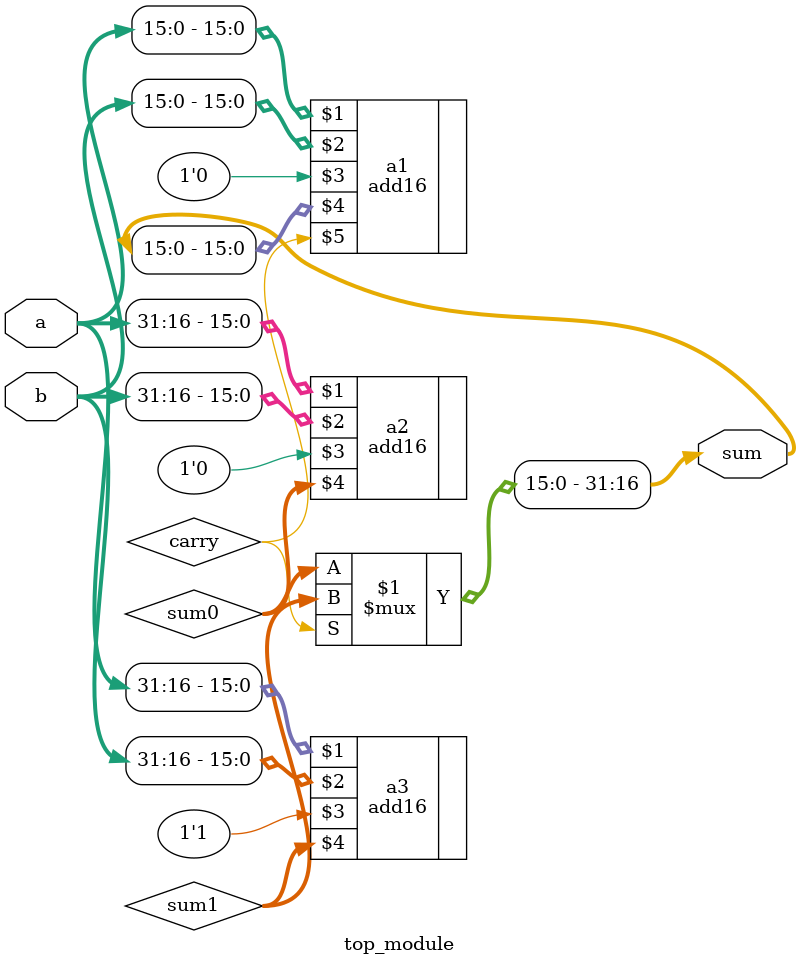
<source format=v>
module top_module(
    input [31:0] a,
    input [31:0] b,
    output [31:0] sum
);//
wire carry;
wire [31:16]sum0;
wire [31:16]sum1;
add16 a1(a[15:0],b[15:0],1'b0,sum[15:0],carry);
add16 a2(a[31:16],b[31:16],1'b0,sum0[31:16],);
add16 a3(a[31:16],b[31:16],1'b1,sum1[31:16],);

assign sum[31:16] = carry?sum1:sum0;
endmodule
</source>
